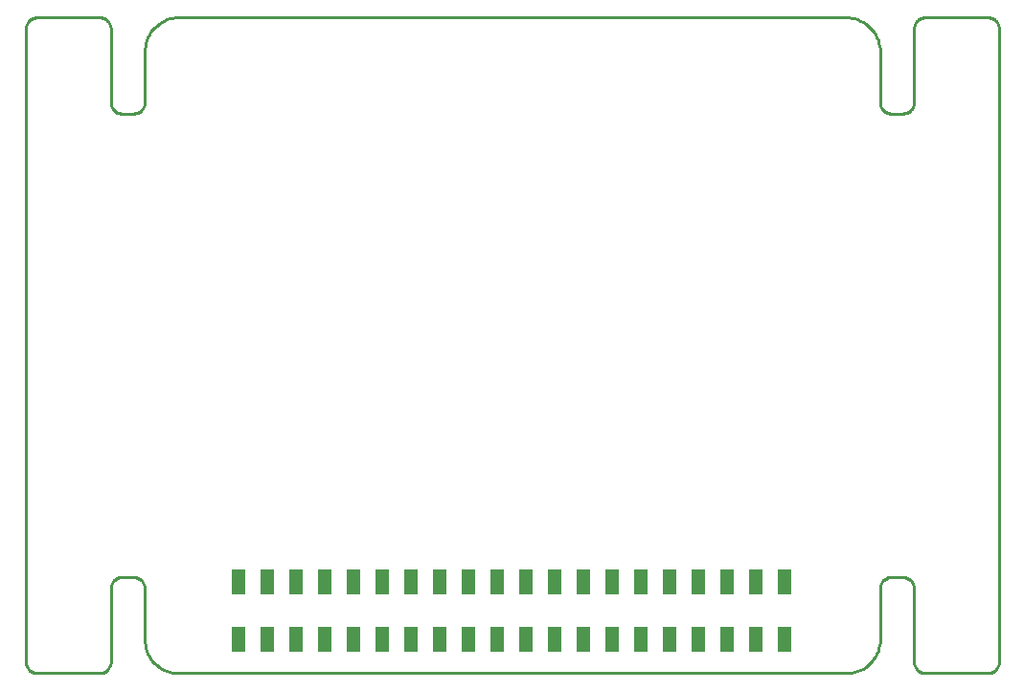
<source format=gbr>
G04 EAGLE Gerber RS-274X export*
G75*
%MOIN*%
%FSLAX34Y34*%
%LPD*%
%INSolderpaste Bottom*%
%IPPOS*%
%AMOC8*
5,1,8,0,0,1.08239X$1,22.5*%
G01*
%ADD10R,0.050000X0.090157*%
%ADD11C,0.010000*%


D10*
X22280Y2375D03*
X22280Y385D03*
X21280Y2375D03*
X21280Y385D03*
X20280Y2375D03*
X20280Y385D03*
X19280Y2375D03*
X19280Y385D03*
X18280Y2375D03*
X18280Y385D03*
X17280Y2375D03*
X17280Y385D03*
X16280Y2375D03*
X16280Y385D03*
X15280Y2375D03*
X15280Y385D03*
X14280Y2375D03*
X14280Y385D03*
X13280Y2375D03*
X13280Y385D03*
X12280Y2375D03*
X12280Y385D03*
X11280Y2375D03*
X11280Y385D03*
X10280Y2375D03*
X10280Y385D03*
X9280Y2375D03*
X9280Y385D03*
X8280Y2375D03*
X8280Y385D03*
X7280Y2375D03*
X7280Y385D03*
X6280Y2375D03*
X6280Y385D03*
X5280Y2375D03*
X5280Y385D03*
X4280Y2375D03*
X4280Y385D03*
X3280Y2375D03*
X3280Y385D03*
X22280Y2375D03*
X22280Y385D03*
X21280Y2375D03*
X21280Y385D03*
X20280Y2375D03*
X20280Y385D03*
X19280Y2375D03*
X19280Y385D03*
X18280Y2375D03*
X18280Y385D03*
X17280Y2375D03*
X17280Y385D03*
X16280Y2375D03*
X16280Y385D03*
X15280Y2375D03*
X15280Y385D03*
X14280Y2375D03*
X14280Y385D03*
X13280Y2375D03*
X13280Y385D03*
X12280Y2375D03*
X12280Y385D03*
X11280Y2375D03*
X11280Y385D03*
X10280Y2375D03*
X10280Y385D03*
X9280Y2375D03*
X9280Y385D03*
X8280Y2375D03*
X8280Y385D03*
X7280Y2375D03*
X7280Y385D03*
X6280Y2375D03*
X6280Y385D03*
X5280Y2375D03*
X5280Y385D03*
X4280Y2375D03*
X4280Y385D03*
X3280Y2375D03*
X3280Y385D03*
D11*
X-4134Y-394D02*
X-4132Y-428D01*
X-4128Y-462D01*
X-4120Y-496D01*
X-4110Y-528D01*
X-4097Y-560D01*
X-4081Y-591D01*
X-4063Y-620D01*
X-4042Y-647D01*
X-4019Y-672D01*
X-3993Y-695D01*
X-3966Y-716D01*
X-3937Y-735D01*
X-3907Y-751D01*
X-3875Y-764D01*
X-3842Y-774D01*
X-3809Y-781D01*
X-3774Y-786D01*
X-3740Y-787D01*
X-1575Y-787D01*
X-1540Y-786D01*
X-1506Y-781D01*
X-1473Y-774D01*
X-1440Y-764D01*
X-1408Y-751D01*
X-1378Y-735D01*
X-1349Y-716D01*
X-1322Y-695D01*
X-1296Y-672D01*
X-1273Y-647D01*
X-1252Y-620D01*
X-1234Y-591D01*
X-1218Y-560D01*
X-1205Y-528D01*
X-1195Y-496D01*
X-1187Y-462D01*
X-1183Y-428D01*
X-1181Y-394D01*
X-1181Y2165D01*
X-1180Y2200D01*
X-1175Y2234D01*
X-1168Y2267D01*
X-1157Y2300D01*
X-1144Y2332D01*
X-1128Y2362D01*
X-1110Y2391D01*
X-1089Y2418D01*
X-1066Y2444D01*
X-1040Y2467D01*
X-1013Y2488D01*
X-984Y2506D01*
X-954Y2522D01*
X-922Y2535D01*
X-889Y2546D01*
X-856Y2553D01*
X-822Y2558D01*
X-787Y2559D01*
X-394Y2559D01*
X-359Y2558D01*
X-325Y2553D01*
X-292Y2546D01*
X-259Y2535D01*
X-227Y2522D01*
X-197Y2506D01*
X-168Y2488D01*
X-141Y2467D01*
X-115Y2444D01*
X-92Y2418D01*
X-71Y2391D01*
X-53Y2362D01*
X-37Y2332D01*
X-24Y2300D01*
X-13Y2267D01*
X-6Y2234D01*
X-1Y2200D01*
X0Y2165D01*
X0Y394D01*
X4Y291D01*
X18Y189D01*
X40Y88D01*
X71Y-10D01*
X111Y-105D01*
X158Y-197D01*
X214Y-284D01*
X276Y-365D01*
X346Y-441D01*
X422Y-511D01*
X504Y-574D01*
X591Y-629D01*
X682Y-677D01*
X777Y-716D01*
X875Y-747D01*
X976Y-769D01*
X1078Y-783D01*
X1181Y-787D01*
X24409Y-787D01*
X24512Y-783D01*
X24615Y-769D01*
X24715Y-747D01*
X24813Y-716D01*
X24909Y-677D01*
X25000Y-629D01*
X25087Y-574D01*
X25169Y-511D01*
X25245Y-441D01*
X25314Y-365D01*
X25377Y-284D01*
X25432Y-197D01*
X25480Y-105D01*
X25519Y-10D01*
X25550Y88D01*
X25573Y189D01*
X25586Y291D01*
X25591Y394D01*
X25591Y2165D01*
X25592Y2200D01*
X25597Y2234D01*
X25604Y2267D01*
X25614Y2300D01*
X25627Y2332D01*
X25643Y2362D01*
X25662Y2391D01*
X25683Y2418D01*
X25706Y2444D01*
X25731Y2467D01*
X25758Y2488D01*
X25787Y2506D01*
X25818Y2522D01*
X25850Y2535D01*
X25882Y2546D01*
X25916Y2553D01*
X25950Y2558D01*
X25984Y2559D01*
X26378Y2559D01*
X26412Y2558D01*
X26446Y2553D01*
X26480Y2546D01*
X26513Y2535D01*
X26544Y2522D01*
X26575Y2506D01*
X26604Y2488D01*
X26631Y2467D01*
X26656Y2444D01*
X26680Y2418D01*
X26700Y2391D01*
X26719Y2362D01*
X26735Y2332D01*
X26748Y2300D01*
X26758Y2267D01*
X26766Y2234D01*
X26770Y2200D01*
X26772Y2165D01*
X26772Y-394D01*
X26773Y-428D01*
X26778Y-462D01*
X26785Y-496D01*
X26795Y-528D01*
X26809Y-560D01*
X26824Y-591D01*
X26843Y-620D01*
X26864Y-647D01*
X26887Y-672D01*
X26912Y-695D01*
X26940Y-716D01*
X26969Y-735D01*
X26999Y-751D01*
X27031Y-764D01*
X27063Y-774D01*
X27097Y-781D01*
X27131Y-786D01*
X27165Y-787D01*
X29331Y-787D01*
X29365Y-786D01*
X29399Y-781D01*
X29433Y-774D01*
X29465Y-764D01*
X29497Y-751D01*
X29528Y-735D01*
X29557Y-716D01*
X29584Y-695D01*
X29609Y-672D01*
X29632Y-647D01*
X29653Y-620D01*
X29672Y-591D01*
X29688Y-560D01*
X29701Y-528D01*
X29711Y-496D01*
X29718Y-462D01*
X29723Y-428D01*
X29724Y-394D01*
X29724Y21654D01*
X29723Y21688D01*
X29718Y21722D01*
X29711Y21755D01*
X29701Y21788D01*
X29688Y21820D01*
X29672Y21850D01*
X29653Y21879D01*
X29632Y21907D01*
X29609Y21932D01*
X29584Y21955D01*
X29557Y21976D01*
X29528Y21994D01*
X29497Y22010D01*
X29465Y22024D01*
X29433Y22034D01*
X29399Y22041D01*
X29365Y22046D01*
X29331Y22047D01*
X27165Y22047D01*
X27131Y22046D01*
X27097Y22041D01*
X27063Y22034D01*
X27031Y22024D01*
X26999Y22010D01*
X26969Y21994D01*
X26940Y21976D01*
X26912Y21955D01*
X26887Y21932D01*
X26864Y21907D01*
X26843Y21879D01*
X26824Y21850D01*
X26809Y21820D01*
X26795Y21788D01*
X26785Y21755D01*
X26778Y21722D01*
X26773Y21688D01*
X26772Y21654D01*
X26772Y19094D01*
X26770Y19060D01*
X26766Y19026D01*
X26758Y18993D01*
X26748Y18960D01*
X26735Y18928D01*
X26719Y18898D01*
X26700Y18869D01*
X26680Y18841D01*
X26656Y18816D01*
X26631Y18793D01*
X26604Y18772D01*
X26575Y18754D01*
X26544Y18738D01*
X26513Y18725D01*
X26480Y18714D01*
X26446Y18707D01*
X26412Y18702D01*
X26378Y18701D01*
X25984Y18701D01*
X25950Y18702D01*
X25916Y18707D01*
X25882Y18714D01*
X25850Y18725D01*
X25818Y18738D01*
X25787Y18754D01*
X25758Y18772D01*
X25731Y18793D01*
X25706Y18816D01*
X25683Y18841D01*
X25662Y18869D01*
X25643Y18898D01*
X25627Y18928D01*
X25614Y18960D01*
X25604Y18993D01*
X25597Y19026D01*
X25592Y19060D01*
X25591Y19094D01*
X25591Y20866D01*
X25586Y20969D01*
X25573Y21071D01*
X25550Y21172D01*
X25519Y21270D01*
X25480Y21365D01*
X25432Y21457D01*
X25377Y21544D01*
X25314Y21625D01*
X25245Y21701D01*
X25169Y21771D01*
X25087Y21834D01*
X25000Y21889D01*
X24909Y21937D01*
X24813Y21976D01*
X24715Y22007D01*
X24615Y22029D01*
X24512Y22043D01*
X24409Y22047D01*
X1181Y22047D01*
X1078Y22043D01*
X976Y22029D01*
X875Y22007D01*
X777Y21976D01*
X682Y21937D01*
X591Y21889D01*
X504Y21834D01*
X422Y21771D01*
X346Y21701D01*
X276Y21625D01*
X214Y21544D01*
X158Y21457D01*
X111Y21365D01*
X71Y21270D01*
X40Y21172D01*
X18Y21071D01*
X4Y20969D01*
X0Y20866D01*
X0Y19094D01*
X-1Y19060D01*
X-6Y19026D01*
X-13Y18993D01*
X-24Y18960D01*
X-37Y18928D01*
X-53Y18898D01*
X-71Y18869D01*
X-92Y18841D01*
X-115Y18816D01*
X-141Y18793D01*
X-168Y18772D01*
X-197Y18754D01*
X-227Y18738D01*
X-259Y18725D01*
X-292Y18714D01*
X-325Y18707D01*
X-359Y18702D01*
X-394Y18701D01*
X-787Y18701D01*
X-822Y18702D01*
X-856Y18707D01*
X-889Y18714D01*
X-922Y18725D01*
X-954Y18738D01*
X-984Y18754D01*
X-1013Y18772D01*
X-1040Y18793D01*
X-1066Y18816D01*
X-1089Y18841D01*
X-1110Y18869D01*
X-1128Y18898D01*
X-1144Y18928D01*
X-1157Y18960D01*
X-1168Y18993D01*
X-1175Y19026D01*
X-1180Y19060D01*
X-1181Y19094D01*
X-1181Y21654D01*
X-1183Y21688D01*
X-1187Y21722D01*
X-1195Y21755D01*
X-1205Y21788D01*
X-1218Y21820D01*
X-1234Y21850D01*
X-1252Y21879D01*
X-1273Y21907D01*
X-1296Y21932D01*
X-1322Y21955D01*
X-1349Y21976D01*
X-1378Y21994D01*
X-1408Y22010D01*
X-1440Y22024D01*
X-1473Y22034D01*
X-1506Y22041D01*
X-1540Y22046D01*
X-1575Y22047D01*
X-3740Y22047D01*
X-3774Y22046D01*
X-3809Y22041D01*
X-3842Y22034D01*
X-3875Y22024D01*
X-3907Y22010D01*
X-3937Y21994D01*
X-3966Y21976D01*
X-3993Y21955D01*
X-4019Y21932D01*
X-4042Y21907D01*
X-4063Y21879D01*
X-4081Y21850D01*
X-4097Y21820D01*
X-4110Y21788D01*
X-4120Y21755D01*
X-4128Y21722D01*
X-4132Y21688D01*
X-4134Y21654D01*
X-4134Y-394D01*
M02*

</source>
